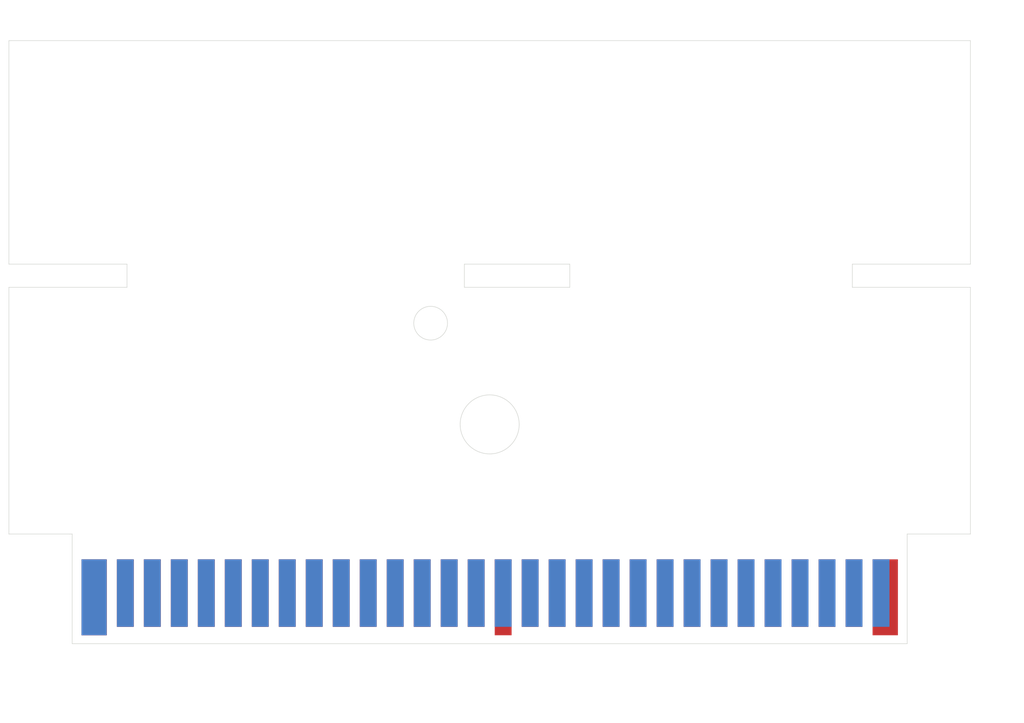
<source format=kicad_pcb>
(kicad_pcb (version 20171130) (host pcbnew "(5.1.10)-1")

  (general
    (thickness 1.2)
    (drawings 50)
    (tracks 0)
    (zones 0)
    (modules 1)
    (nets 1)
  )

  (page A4)
  (title_block
    (title HVC-TGROM-01)
    (date 2021-11-09)
    (rev 0.0.2)
  )

  (layers
    (0 F.Cu signal)
    (31 B.Cu signal)
    (32 B.Adhes user)
    (33 F.Adhes user)
    (34 B.Paste user)
    (35 F.Paste user)
    (36 B.SilkS user)
    (37 F.SilkS user)
    (38 B.Mask user hide)
    (39 F.Mask user hide)
    (40 Dwgs.User user)
    (41 Cmts.User user)
    (42 Eco1.User user)
    (43 Eco2.User user)
    (44 Edge.Cuts user)
    (45 Margin user)
    (46 B.CrtYd user hide)
    (47 F.CrtYd user hide)
    (48 B.Fab user)
    (49 F.Fab user)
  )

  (setup
    (last_trace_width 0.25)
    (trace_clearance 0.2)
    (zone_clearance 0.508)
    (zone_45_only no)
    (trace_min 0.2)
    (via_size 0.8)
    (via_drill 0.4)
    (via_min_size 0.4)
    (via_min_drill 0.3)
    (uvia_size 0.3)
    (uvia_drill 0.1)
    (uvias_allowed no)
    (uvia_min_size 0.2)
    (uvia_min_drill 0.1)
    (edge_width 0.05)
    (segment_width 0.2)
    (pcb_text_width 0.3)
    (pcb_text_size 1.5 1.5)
    (mod_edge_width 0.12)
    (mod_text_size 1 1)
    (mod_text_width 0.15)
    (pad_size 1.524 1.524)
    (pad_drill 0.762)
    (pad_to_mask_clearance 0)
    (aux_axis_origin 0 0)
    (visible_elements 7FFFFFFF)
    (pcbplotparams
      (layerselection 0x010fc_ffffffff)
      (usegerberextensions false)
      (usegerberattributes true)
      (usegerberadvancedattributes true)
      (creategerberjobfile true)
      (excludeedgelayer true)
      (linewidth 0.100000)
      (plotframeref false)
      (viasonmask false)
      (mode 1)
      (useauxorigin false)
      (hpglpennumber 1)
      (hpglpenspeed 20)
      (hpglpendiameter 15.000000)
      (psnegative false)
      (psa4output false)
      (plotreference true)
      (plotvalue true)
      (plotinvisibletext false)
      (padsonsilk false)
      (subtractmaskfromsilk false)
      (outputformat 5)
      (mirror false)
      (drillshape 0)
      (scaleselection 1)
      (outputdirectory "./"))
  )

  (net 0 "")

  (net_class Default "This is the default net class."
    (clearance 0.2)
    (trace_width 0.25)
    (via_dia 0.8)
    (via_drill 0.4)
    (uvia_dia 0.3)
    (uvia_drill 0.1)
  )

  (module card-edge-connectors:HVC-CNROM-256K-01 locked (layer F.Cu) (tedit 61BDD8F6) (tstamp 61BE2598)
    (at 153.67 121.92)
    (fp_text reference REF** (at 0 0) (layer F.Fab)
      (effects (font (size 1 1) (thickness 0.15)))
    )
    (fp_text value HVC-CNROM-256K-01 (at 0 11.43) (layer F.Fab)
      (effects (font (size 1 1) (thickness 0.15)))
    )
    (fp_line (start -39.290625 0) (end -39.290625 3.571875) (layer Cmts.User) (width 0.12))
    (fp_circle (center -31.849219 -22.423438) (end -30.849219 -22.423438) (layer B.CrtYd) (width 0.05))
    (fp_circle (center 31.849219 -22.423438) (end 32.849219 -22.423438) (layer B.CrtYd) (width 0.05))
    (fp_circle (center 0 -41.374218) (end 1 -41.374218) (layer F.CrtYd) (width 0.05))
    (fp_line (start -39.290625 10.31875) (end 39.290625 10.31875) (layer Cmts.User) (width 0.05))
    (fp_poly (pts (xy 39.290625 10.31875) (xy -39.290625 10.31875) (xy -39.290625 3.571875) (xy 39.290625 3.571875)) (layer B.Mask) (width 0.1))
    (fp_line (start 39.290625 0) (end 39.290625 10.31875) (layer Cmts.User) (width 0.05))
    (fp_line (start -39.290625 0) (end -39.290625 10.31875) (layer Cmts.User) (width 0.05))
    (fp_poly (pts (xy 39.290625 10.31875) (xy -39.290625 10.31875) (xy -39.290625 3.571875) (xy 39.290625 3.571875)) (layer F.Mask) (width 0.1))
    (fp_line (start -39.290625 0) (end -45.24375 0) (layer Cmts.User) (width 0.05))
    (fp_line (start 45.24375 0) (end 39.290625 0) (layer Cmts.User) (width 0.05))
    (fp_line (start -45.24375 0) (end -45.24375 -23.217188) (layer Cmts.User) (width 0.05))
    (fp_line (start 45.24375 0) (end 45.24375 -23.217188) (layer Cmts.User) (width 0.05))
    (fp_line (start -45.24375 -25.4) (end -45.24375 -46.434375) (layer Cmts.User) (width 0.05))
    (fp_line (start 34.13125 -23.217188) (end 34.13125 -25.4) (layer Cmts.User) (width 0.05))
    (fp_line (start 45.24375 -25.4) (end 45.24375 -46.434375) (layer Cmts.User) (width 0.05))
    (fp_line (start 45.24375 -46.434375) (end -45.24375 -46.434375) (layer Cmts.User) (width 0.05))
    (fp_line (start 34.13125 -23.217188) (end 45.24375 -23.217188) (layer Cmts.User) (width 0.05))
    (fp_line (start -34.13125 -23.217188) (end -34.13125 -25.400001) (layer Cmts.User) (width 0.05))
    (fp_line (start 34.13125 -23.217188) (end -34.13125 -23.217188) (layer F.CrtYd) (width 0.05))
    (fp_circle (center 0 -10.31875) (end 2.778125 -10.31875) (layer Cmts.User) (width 0.12))
    (fp_circle (center -5.55625 -19.84375) (end -3.96875 -19.84375) (layer Cmts.User) (width 0.12))
    (fp_line (start 34.13125 -25.4) (end 45.24375 -25.4) (layer Cmts.User) (width 0.05))
    (fp_line (start -34.13125 -25.4) (end -45.24375 -25.4) (layer Cmts.User) (width 0.05))
    (fp_line (start -34.13125 -23.217188) (end -45.24375 -23.217188) (layer Cmts.User) (width 0.05))
    (fp_line (start 34.13125 -25.4) (end -34.13125 -25.4) (layer F.CrtYd) (width 0.05))
    (fp_line (start -34.13125 -23.217188) (end -34.13125 -25.400001) (layer F.CrtYd) (width 0.05))
    (fp_line (start 34.13125 -23.217188) (end 34.13125 -25.4) (layer F.CrtYd) (width 0.05))
    (fp_line (start -2.38125 -25.4) (end -2.38125 -23.217187) (layer Cmts.User) (width 0.05))
    (fp_line (start 7.540625 -25.4) (end 7.540625 -23.217187) (layer Cmts.User) (width 0.05))
    (fp_line (start -2.38125 -25.4) (end 7.540625 -25.4) (layer Cmts.User) (width 0.05))
    (fp_line (start 7.540625 -23.217187) (end -2.38125 -23.217187) (layer Cmts.User) (width 0.05))
    (fp_circle (center 0 -46.434375) (end 1 -46.434375) (layer F.CrtYd) (width 0.05))
    (pad 60 connect rect (at 36.83 5.55625 180) (size 1.5875 6.35) (layers B.Cu))
    (pad 59 connect rect (at 34.29 5.55625 180) (size 1.5875 6.35) (layers B.Cu))
    (pad 58 connect rect (at 31.75 5.55625 180) (size 1.5875 6.35) (layers B.Cu))
    (pad 57 connect rect (at 29.21 5.55625 180) (size 1.5875 6.35) (layers B.Cu))
    (pad 56 connect rect (at 26.67 5.55625 180) (size 1.5875 6.35) (layers B.Cu))
    (pad 55 connect rect (at 24.13 5.55625 180) (size 1.5875 6.35) (layers B.Cu))
    (pad 54 connect rect (at 21.59 5.55625 180) (size 1.5875 6.35) (layers B.Cu))
    (pad 53 connect rect (at 19.05 5.55625 180) (size 1.5875 6.35) (layers B.Cu))
    (pad 52 connect rect (at 16.51 5.55625 180) (size 1.5875 6.35) (layers B.Cu))
    (pad 51 connect rect (at 13.97 5.55625 180) (size 1.5875 6.35) (layers B.Cu))
    (pad 50 connect rect (at 11.43 5.55625 180) (size 1.5875 6.35) (layers B.Cu))
    (pad 49 connect rect (at 8.89 5.55625 180) (size 1.5875 6.35) (layers B.Cu))
    (pad 48 connect rect (at 6.35 5.55625 180) (size 1.5875 6.35) (layers B.Cu))
    (pad 47 connect rect (at 3.81 5.55625 180) (size 1.5875 6.35) (layers B.Cu))
    (pad 46 connect rect (at 1.27 5.55625 180) (size 1.5875 6.35) (layers B.Cu))
    (pad 45 connect rect (at -1.27 5.55625 180) (size 1.5875 6.35) (layers B.Cu))
    (pad 44 connect rect (at -3.81 5.55625 180) (size 1.5875 6.35) (layers B.Cu))
    (pad 43 connect rect (at -6.35 5.55625 180) (size 1.5875 6.35) (layers B.Cu))
    (pad 42 connect rect (at -8.89 5.55625 180) (size 1.5875 6.35) (layers B.Cu))
    (pad 41 connect rect (at -11.43 5.55625 180) (size 1.5875 6.35) (layers B.Cu))
    (pad 40 connect rect (at -13.97 5.55625 180) (size 1.5875 6.35) (layers B.Cu))
    (pad 39 connect rect (at -16.51 5.55625 180) (size 1.5875 6.35) (layers B.Cu))
    (pad 38 connect rect (at -19.05 5.55625 180) (size 1.5875 6.35) (layers B.Cu))
    (pad 37 connect rect (at -21.59 5.55625 180) (size 1.5875 6.35) (layers B.Cu))
    (pad 36 connect rect (at -24.13 5.55625 180) (size 1.5875 6.35) (layers B.Cu))
    (pad 35 connect rect (at -26.67 5.55625 180) (size 1.5875 6.35) (layers B.Cu))
    (pad 34 connect rect (at -29.21 5.55625 180) (size 1.5875 6.35) (layers B.Cu))
    (pad 33 connect rect (at -31.75 5.55625 180) (size 1.5875 6.35) (layers B.Cu))
    (pad 29 connect rect (at 34.29 5.55625) (size 1.5875 6.35) (layers F.Cu))
    (pad 28 connect rect (at 31.75 5.55625) (size 1.5875 6.35) (layers F.Cu))
    (pad 27 connect rect (at 29.21 5.55625) (size 1.5875 6.35) (layers F.Cu))
    (pad 26 connect rect (at 26.67 5.55625) (size 1.5875 6.35) (layers F.Cu))
    (pad 25 connect rect (at 24.13 5.55625) (size 1.5875 6.35) (layers F.Cu))
    (pad 24 connect rect (at 21.59 5.55625) (size 1.5875 6.35) (layers F.Cu))
    (pad 23 connect rect (at 19.05 5.55625) (size 1.5875 6.35) (layers F.Cu))
    (pad 22 connect rect (at 16.51 5.55625) (size 1.5875 6.35) (layers F.Cu))
    (pad 21 connect rect (at 13.97 5.55625) (size 1.5875 6.35) (layers F.Cu))
    (pad 20 connect rect (at 11.43 5.55625) (size 1.5875 6.35) (layers F.Cu))
    (pad 19 connect rect (at 8.89 5.55625) (size 1.5875 6.35) (layers F.Cu))
    (pad 18 connect rect (at 6.35 5.55625) (size 1.5875 6.35) (layers F.Cu))
    (pad 17 connect rect (at 3.81 5.55625) (size 1.5875 6.35) (layers F.Cu))
    (pad 16 connect rect (at 1.27 5.953125) (size 1.5875 7.14375) (layers F.Cu))
    (pad 15 connect rect (at -1.27 5.55625) (size 1.5875 6.35) (layers F.Cu))
    (pad 14 connect rect (at -3.81 5.55625) (size 1.5875 6.35) (layers F.Cu))
    (pad 13 connect rect (at -6.35 5.55625) (size 1.5875 6.35) (layers F.Cu))
    (pad 12 connect rect (at -8.89 5.55625) (size 1.5875 6.35) (layers F.Cu))
    (pad 11 connect rect (at -11.43 5.55625) (size 1.5875 6.35) (layers F.Cu))
    (pad 10 connect rect (at -13.97 5.55625) (size 1.5875 6.35) (layers F.Cu))
    (pad 9 connect rect (at -16.51 5.55625) (size 1.5875 6.35) (layers F.Cu))
    (pad 8 connect rect (at -19.05 5.55625) (size 1.5875 6.35) (layers F.Cu))
    (pad 7 connect rect (at -21.59 5.55625) (size 1.5875 6.35) (layers F.Cu))
    (pad 6 connect rect (at -24.13 5.55625) (size 1.5875 6.35) (layers F.Cu))
    (pad 5 connect rect (at -26.67 5.55625) (size 1.5875 6.35) (layers F.Cu))
    (pad 4 connect rect (at -29.21 5.55625) (size 1.5875 6.35) (layers F.Cu))
    (pad 3 connect rect (at -31.75 5.55625) (size 1.5875 6.35) (layers F.Cu))
    (pad 2 connect rect (at -34.29 5.55625) (size 1.5875 6.35) (layers F.Cu))
    (pad 31 connect rect (at -37.226875 5.953125) (size 2.3749 7.14375) (layers B.Cu))
    (pad 32 connect rect (at -34.29 5.55625 180) (size 1.5875 6.35) (layers B.Cu))
    (pad 1 connect rect (at -37.226875 5.953125) (size 2.38125 7.14375) (layers F.Cu))
    (pad 30 connect rect (at 37.226875 5.953125) (size 2.38125 7.14375) (layers F.Cu))
  )

  (dimension 30.1625 (width 0.15) (layer Dwgs.User) (tstamp 61BE29A3)
    (gr_text "1.1875 in" (at 142.845 117.1575 90) (layer Dwgs.User) (tstamp 61BE29DC)
      (effects (font (size 1 1) (thickness 0.15)))
    )
    (feature1 (pts (xy 146.52625 102.07625) (xy 143.558579 102.07625)))
    (feature2 (pts (xy 146.52625 132.23875) (xy 143.558579 132.23875)))
    (crossbar (pts (xy 144.145 132.23875) (xy 144.145 102.07625)))
    (arrow1a (pts (xy 144.145 102.07625) (xy 144.731421 103.202754)))
    (arrow1b (pts (xy 144.145 102.07625) (xy 143.558579 103.202754)))
    (arrow2a (pts (xy 144.145 132.23875) (xy 144.731421 131.112246)))
    (arrow2b (pts (xy 144.145 132.23875) (xy 143.558579 131.112246)))
  )
  (dimension 39.6875 (width 0.15) (layer Dwgs.User)
    (gr_text "1.5625 in" (at 128.27 99.03) (layer Dwgs.User)
      (effects (font (size 1 1) (thickness 0.15)))
    )
    (feature1 (pts (xy 148.11375 102.07625) (xy 148.11375 99.743579)))
    (feature2 (pts (xy 108.42625 102.07625) (xy 108.42625 99.743579)))
    (crossbar (pts (xy 108.42625 100.33) (xy 148.11375 100.33)))
    (arrow1a (pts (xy 148.11375 100.33) (xy 146.987246 100.916421)))
    (arrow1b (pts (xy 148.11375 100.33) (xy 146.987246 99.743579)))
    (arrow2a (pts (xy 108.42625 100.33) (xy 109.552754 100.916421)))
    (arrow2b (pts (xy 108.42625 100.33) (xy 109.552754 99.743579)))
  )
  (dimension 45.24375 (width 0.15) (layer Dwgs.User)
    (gr_text "1.78125 in" (at 131.048125 106.650001) (layer Dwgs.User)
      (effects (font (size 1 1) (thickness 0.15)))
    )
    (feature1 (pts (xy 108.42625 111.60125) (xy 108.42625 107.36358)))
    (feature2 (pts (xy 153.67 111.60125) (xy 153.67 107.36358)))
    (crossbar (pts (xy 153.67 107.950001) (xy 108.42625 107.950001)))
    (arrow1a (pts (xy 108.42625 107.950001) (xy 109.552754 107.36358)))
    (arrow1b (pts (xy 108.42625 107.950001) (xy 109.552754 108.536422)))
    (arrow2a (pts (xy 153.67 107.950001) (xy 152.543496 107.36358)))
    (arrow2b (pts (xy 153.67 107.950001) (xy 152.543496 108.536422)))
  )
  (dimension 3.175 (width 0.15) (layer Dwgs.User)
    (gr_text "0.1250 in" (at 148.11375 104.805) (layer Dwgs.User)
      (effects (font (size 1 1) (thickness 0.15)))
    )
    (feature1 (pts (xy 149.70125 102.07625) (xy 149.70125 104.091421)))
    (feature2 (pts (xy 146.52625 102.07625) (xy 146.52625 104.091421)))
    (crossbar (pts (xy 146.52625 103.505) (xy 149.70125 103.505)))
    (arrow1a (pts (xy 149.70125 103.505) (xy 148.574746 104.091421)))
    (arrow1b (pts (xy 149.70125 103.505) (xy 148.574746 102.918579)))
    (arrow2a (pts (xy 146.52625 103.505) (xy 147.652754 104.091421)))
    (arrow2b (pts (xy 146.52625 103.505) (xy 147.652754 102.918579)))
  )
  (dimension 11.1125 (width 0.15) (layer Dwgs.User) (tstamp 61BE296F)
    (gr_text "0.4375 in" (at 193.3575 88.234999) (layer Dwgs.User) (tstamp 61BE296F)
      (effects (font (size 1 1) (thickness 0.15)))
    )
    (feature1 (pts (xy 187.80125 96.52) (xy 187.80125 88.948578)))
    (feature2 (pts (xy 198.91375 96.52) (xy 198.91375 88.948578)))
    (crossbar (pts (xy 198.91375 89.534999) (xy 187.80125 89.534999)))
    (arrow1a (pts (xy 187.80125 89.534999) (xy 188.927754 88.948578)))
    (arrow1b (pts (xy 187.80125 89.534999) (xy 188.927754 90.12142)))
    (arrow2a (pts (xy 198.91375 89.534999) (xy 197.787246 88.948578)))
    (arrow2b (pts (xy 198.91375 89.534999) (xy 197.787246 90.12142)))
  )
  (dimension 5.55625 (width 0.15) (layer Dwgs.User)
    (gr_text "0.21875 in" (at 153.67 114.965) (layer Dwgs.User)
      (effects (font (size 1 1) (thickness 0.15)))
    )
    (feature1 (pts (xy 150.891875 111.60125) (xy 150.891875 114.251421)))
    (feature2 (pts (xy 156.448125 111.60125) (xy 156.448125 114.251421)))
    (crossbar (pts (xy 156.448125 113.665) (xy 150.891875 113.665)))
    (arrow1a (pts (xy 150.891875 113.665) (xy 152.018379 113.078579)))
    (arrow1b (pts (xy 150.891875 113.665) (xy 152.018379 114.251421)))
    (arrow2a (pts (xy 156.448125 113.665) (xy 155.321621 113.078579)))
    (arrow2b (pts (xy 156.448125 113.665) (xy 155.321621 114.251421)))
  )
  (dimension 20.6375 (width 0.15) (layer Dwgs.User)
    (gr_text "0.8125 in" (at 147.925 121.92 90) (layer Dwgs.User) (tstamp 61BE28B6)
      (effects (font (size 1 1) (thickness 0.15)))
    )
    (feature1 (pts (xy 150.891875 111.60125) (xy 148.638579 111.60125)))
    (feature2 (pts (xy 150.891875 132.23875) (xy 148.638579 132.23875)))
    (crossbar (pts (xy 149.225 132.23875) (xy 149.225 111.60125)))
    (arrow1a (pts (xy 149.225 111.60125) (xy 149.811421 112.727754)))
    (arrow1b (pts (xy 149.225 111.60125) (xy 148.638579 112.727754)))
    (arrow2a (pts (xy 149.225 132.23875) (xy 149.811421 131.112246)))
    (arrow2b (pts (xy 149.225 132.23875) (xy 148.638579 131.112246)))
  )
  (dimension 10.31875 (width 0.15) (layer Dwgs.User)
    (gr_text "0.40625 in" (at 202.595 127.079375 90) (layer Dwgs.User)
      (effects (font (size 1 1) (thickness 0.15)))
    )
    (feature1 (pts (xy 192.960625 121.92) (xy 201.881421 121.92)))
    (feature2 (pts (xy 192.960625 132.23875) (xy 201.881421 132.23875)))
    (crossbar (pts (xy 201.295 132.23875) (xy 201.295 121.92)))
    (arrow1a (pts (xy 201.295 121.92) (xy 201.881421 123.046504)))
    (arrow1b (pts (xy 201.295 121.92) (xy 200.708579 123.046504)))
    (arrow2a (pts (xy 201.295 132.23875) (xy 201.881421 131.112246)))
    (arrow2b (pts (xy 201.295 132.23875) (xy 200.708579 131.112246)))
  )
  (gr_circle (center 148.11375 102.07625) (end 149.70125 102.07625) (layer Edge.Cuts) (width 0.05))
  (gr_circle (center 153.67 111.60125) (end 156.448125 111.60125) (layer Edge.Cuts) (width 0.05))
  (gr_line (start 161.210625 96.52) (end 161.210625 98.702813) (layer Edge.Cuts) (width 0.05) (tstamp 61BE1D72))
  (gr_line (start 151.28875 98.702813) (end 161.210625 98.702813) (layer Edge.Cuts) (width 0.05) (tstamp 61BE1D6E))
  (gr_line (start 161.210625 96.52) (end 151.28875 96.52) (layer Edge.Cuts) (width 0.05) (tstamp 61BE1D6D))
  (gr_line (start 198.91375 96.52) (end 187.80125 96.52) (layer Edge.Cuts) (width 0.05) (tstamp 61BE1D47))
  (dimension 5.953125 (width 0.15) (layer Dwgs.User)
    (gr_text "0.234375 in" (at 111.402812 140.364999) (layer Dwgs.User)
      (effects (font (size 1 1) (thickness 0.15)))
    )
    (feature1 (pts (xy 108.42625 121.92) (xy 108.42625 139.65142)))
    (feature2 (pts (xy 114.379375 121.92) (xy 114.379375 139.65142)))
    (crossbar (pts (xy 114.379375 139.064999) (xy 108.42625 139.064999)))
    (arrow1a (pts (xy 108.42625 139.064999) (xy 109.552754 138.478578)))
    (arrow1b (pts (xy 108.42625 139.064999) (xy 109.552754 139.65142)))
    (arrow2a (pts (xy 114.379375 139.064999) (xy 113.252871 138.478578)))
    (arrow2b (pts (xy 114.379375 139.064999) (xy 113.252871 139.65142)))
  )
  (dimension 90.4875 (width 0.15) (layer Dwgs.User)
    (gr_text "3.5625 in" (at 153.67 72.36) (layer Dwgs.User)
      (effects (font (size 1 1) (thickness 0.15)))
    )
    (feature1 (pts (xy 198.91375 75.485625) (xy 198.91375 73.073579)))
    (feature2 (pts (xy 108.42625 75.485625) (xy 108.42625 73.073579)))
    (crossbar (pts (xy 108.42625 73.66) (xy 198.91375 73.66)))
    (arrow1a (pts (xy 198.91375 73.66) (xy 197.787246 74.246421)))
    (arrow1b (pts (xy 198.91375 73.66) (xy 197.787246 73.073579)))
    (arrow2a (pts (xy 108.42625 73.66) (xy 109.552754 74.246421)))
    (arrow2b (pts (xy 108.42625 73.66) (xy 109.552754 73.073579)))
  )
  (dimension 11.1125 (width 0.15) (layer Dwgs.User)
    (gr_text "0.4375 in" (at 113.9825 88.234999) (layer Dwgs.User)
      (effects (font (size 1 1) (thickness 0.15)))
    )
    (feature1 (pts (xy 108.42625 96.52) (xy 108.42625 88.948578)))
    (feature2 (pts (xy 119.53875 96.52) (xy 119.53875 88.948578)))
    (crossbar (pts (xy 119.53875 89.534999) (xy 108.42625 89.534999)))
    (arrow1a (pts (xy 108.42625 89.534999) (xy 109.552754 88.948578)))
    (arrow1b (pts (xy 108.42625 89.534999) (xy 109.552754 90.12142)))
    (arrow2a (pts (xy 119.53875 89.534999) (xy 118.412246 88.948578)))
    (arrow2b (pts (xy 119.53875 89.534999) (xy 118.412246 90.12142)))
  )
  (dimension 31.75 (width 0.15) (layer Dwgs.User)
    (gr_text "1.2500 in" (at 135.41375 88.234999 -1.804591489e-06) (layer Dwgs.User)
      (effects (font (size 1 1) (thickness 0.15)))
    )
    (feature1 (pts (xy 119.53875 96.52) (xy 119.53875 88.948578)))
    (feature2 (pts (xy 151.28875 96.520001) (xy 151.28875 88.948579)))
    (crossbar (pts (xy 151.28875 89.535) (xy 119.53875 89.534999)))
    (arrow1a (pts (xy 119.53875 89.534999) (xy 120.665254 88.948578)))
    (arrow1b (pts (xy 119.53875 89.534999) (xy 120.665254 90.12142)))
    (arrow2a (pts (xy 151.28875 89.535) (xy 150.162246 88.948579)))
    (arrow2b (pts (xy 151.28875 89.535) (xy 150.162246 90.121421)))
  )
  (dimension 9.921875 (width 0.15) (layer Dwgs.User)
    (gr_text "0.390625 in" (at 156.249687 88.235) (layer Dwgs.User)
      (effects (font (size 1 1) (thickness 0.15)))
    )
    (feature1 (pts (xy 151.28875 96.520001) (xy 151.28875 88.948579)))
    (feature2 (pts (xy 161.210625 96.520001) (xy 161.210625 88.948579)))
    (crossbar (pts (xy 161.210625 89.535) (xy 151.28875 89.535)))
    (arrow1a (pts (xy 151.28875 89.535) (xy 152.415254 88.948579)))
    (arrow1b (pts (xy 151.28875 89.535) (xy 152.415254 90.121421)))
    (arrow2a (pts (xy 161.210625 89.535) (xy 160.084121 88.948579)))
    (arrow2b (pts (xy 161.210625 89.535) (xy 160.084121 90.121421)))
  )
  (dimension 26.590625 (width 0.15) (layer Dwgs.User)
    (gr_text "1.046875 in" (at 174.505937 88.235) (layer Dwgs.User)
      (effects (font (size 1 1) (thickness 0.15)))
    )
    (feature1 (pts (xy 161.210625 96.520001) (xy 161.210625 88.94858)))
    (feature2 (pts (xy 187.80125 96.52) (xy 187.80125 88.948579)))
    (crossbar (pts (xy 187.80125 89.535) (xy 161.210625 89.535001)))
    (arrow1a (pts (xy 161.210625 89.535001) (xy 162.337129 88.94858)))
    (arrow1b (pts (xy 161.210625 89.535001) (xy 162.337129 90.121422)))
    (arrow2a (pts (xy 187.80125 89.535) (xy 186.674746 88.948579)))
    (arrow2b (pts (xy 187.80125 89.535) (xy 186.674746 90.121421)))
  )
  (dimension 21.034375 (width 0.15) (layer Dwgs.User)
    (gr_text "0.828125 in" (at 202.595 86.002812 90) (layer Dwgs.User)
      (effects (font (size 1 1) (thickness 0.15)))
    )
    (feature1 (pts (xy 198.91375 75.485625) (xy 201.881421 75.485625)))
    (feature2 (pts (xy 198.91375 96.52) (xy 201.881421 96.52)))
    (crossbar (pts (xy 201.295 96.52) (xy 201.295 75.485625)))
    (arrow1a (pts (xy 201.295 75.485625) (xy 201.881421 76.612129)))
    (arrow1b (pts (xy 201.295 75.485625) (xy 200.708579 76.612129)))
    (arrow2a (pts (xy 201.295 96.52) (xy 201.881421 95.393496)))
    (arrow2b (pts (xy 201.295 96.52) (xy 200.708579 95.393496)))
  )
  (dimension 2.182812 (width 0.15) (layer Dwgs.User)
    (gr_text "0.0859374803 in" (at 184.755 97.611406 90) (layer Dwgs.User)
      (effects (font (size 1 1) (thickness 0.15)))
    )
    (feature1 (pts (xy 187.80125 96.52) (xy 185.468579 96.52)))
    (feature2 (pts (xy 187.80125 98.702812) (xy 185.468579 98.702812)))
    (crossbar (pts (xy 186.055 98.702812) (xy 186.055 96.52)))
    (arrow1a (pts (xy 186.055 96.52) (xy 186.641421 97.646504)))
    (arrow1b (pts (xy 186.055 96.52) (xy 185.468579 97.646504)))
    (arrow2a (pts (xy 186.055 98.702812) (xy 186.641421 97.576308)))
    (arrow2b (pts (xy 186.055 98.702812) (xy 185.468579 97.576308)))
  )
  (dimension 23.217188 (width 0.15) (layer Dwgs.User)
    (gr_text "0.9140625 in" (at 202.595 110.311406 90) (layer Dwgs.User)
      (effects (font (size 1 1) (thickness 0.15)))
    )
    (feature1 (pts (xy 198.91375 98.702812) (xy 201.881421 98.702812)))
    (feature2 (pts (xy 198.91375 121.92) (xy 201.881421 121.92)))
    (crossbar (pts (xy 201.295 121.92) (xy 201.295 98.702812)))
    (arrow1a (pts (xy 201.295 98.702812) (xy 201.881421 99.829316)))
    (arrow1b (pts (xy 201.295 98.702812) (xy 200.708579 99.829316)))
    (arrow2a (pts (xy 201.295 121.92) (xy 201.881421 120.793496)))
    (arrow2b (pts (xy 201.295 121.92) (xy 200.708579 120.793496)))
  )
  (dimension 78.58125 (width 0.15) (layer Dwgs.User)
    (gr_text "3.09375 in" (at 153.67 140.364999) (layer Dwgs.User)
      (effects (font (size 1 1) (thickness 0.15)))
    )
    (feature1 (pts (xy 192.960625 132.23875) (xy 192.960625 139.65142)))
    (feature2 (pts (xy 114.379375 132.23875) (xy 114.379375 139.65142)))
    (crossbar (pts (xy 114.379375 139.064999) (xy 192.960625 139.064999)))
    (arrow1a (pts (xy 192.960625 139.064999) (xy 191.834121 139.65142)))
    (arrow1b (pts (xy 192.960625 139.064999) (xy 191.834121 138.478578)))
    (arrow2a (pts (xy 114.379375 139.064999) (xy 115.505879 139.65142)))
    (arrow2b (pts (xy 114.379375 139.064999) (xy 115.505879 138.478578)))
  )
  (gr_line (start 108.42625 98.702812) (end 108.42625 121.92) (layer Edge.Cuts) (width 0.05) (tstamp 61BE11EE))
  (gr_line (start 119.53875 98.702812) (end 108.42625 98.702812) (layer Edge.Cuts) (width 0.05))
  (gr_line (start 108.42625 96.52) (end 119.53875 96.52) (layer Edge.Cuts) (width 0.05) (tstamp 61BE11ED))
  (gr_line (start 108.42625 75.485625) (end 108.42625 96.52) (layer Edge.Cuts) (width 0.05))
  (gr_line (start 198.91375 75.485625) (end 108.42625 75.485625) (layer Edge.Cuts) (width 0.05))
  (gr_line (start 198.91375 96.52) (end 198.91375 75.485625) (layer Edge.Cuts) (width 0.05))
  (gr_line (start 187.80125 98.702812) (end 187.80125 96.52) (layer Edge.Cuts) (width 0.05) (tstamp 61BE11EC))
  (gr_line (start 198.91375 98.702812) (end 187.80125 98.702812) (layer Edge.Cuts) (width 0.05))
  (gr_line (start 198.91375 121.92) (end 198.91375 98.702812) (layer Edge.Cuts) (width 0.05))
  (gr_line (start 192.960625 121.92) (end 198.91375 121.92) (layer Edge.Cuts) (width 0.05))
  (gr_line (start 192.960625 132.23875) (end 192.960625 121.92) (layer Edge.Cuts) (width 0.05))
  (gr_line (start 114.379375 132.23875) (end 192.960625 132.23875) (layer Edge.Cuts) (width 0.05))
  (gr_line (start 114.379375 121.92) (end 114.379375 132.23875) (layer Edge.Cuts) (width 0.05))
  (gr_line (start 108.42625 121.92) (end 114.379375 121.92) (layer Edge.Cuts) (width 0.05))
  (dimension 1.666875 (width 0.05) (layer Dwgs.User) (tstamp 618ADBD3)
    (gr_text "0.065625 in" (at 115.212812 137.76) (layer Dwgs.User) (tstamp 618ADBD3)
      (effects (font (size 0.5 0.5) (thickness 0.05)))
    )
    (feature1 (pts (xy 114.379375 125.73) (xy 114.379375 137.746421)))
    (feature2 (pts (xy 116.04625 125.73) (xy 116.04625 137.746421)))
    (crossbar (pts (xy 116.04625 137.16) (xy 114.379375 137.16)))
    (arrow1a (pts (xy 114.379375 137.16) (xy 115.505879 136.573579)))
    (arrow1b (pts (xy 114.379375 137.16) (xy 115.505879 137.746421)))
    (arrow2a (pts (xy 116.04625 137.16) (xy 114.919746 136.573579)))
    (arrow2b (pts (xy 116.04625 137.16) (xy 114.919746 137.746421)))
  )
  (gr_line (start 119.53875 98.702812) (end 119.53875 96.519999) (layer Edge.Cuts) (width 0.05) (tstamp 618ADB4B))
  (gr_line (start 151.28875 98.702813) (end 151.28875 96.52) (layer Edge.Cuts) (width 0.05) (tstamp 618ADB45))
  (dimension 3.571875 (width 0.05) (layer Dwgs.User) (tstamp 618ADB40)
    (gr_text "0.140625 in" (at 113.779375 123.705937 -90) (layer Dwgs.User) (tstamp 618ADB40)
      (effects (font (size 0.5 0.5) (thickness 0.05)))
    )
    (feature1 (pts (xy 114.379375 125.491875) (xy 113.792954 125.491875)))
    (feature2 (pts (xy 114.379375 121.92) (xy 113.792954 121.92)))
    (crossbar (pts (xy 114.379375 121.92) (xy 114.379375 125.491875)))
    (arrow1a (pts (xy 114.379375 125.491875) (xy 113.792954 124.365371)))
    (arrow1b (pts (xy 114.379375 125.491875) (xy 114.965796 124.365371)))
    (arrow2a (pts (xy 114.379375 121.92) (xy 113.792954 123.046504)))
    (arrow2b (pts (xy 114.379375 121.92) (xy 114.965796 123.046504)))
  )
  (dimension 7.14375 (width 0.05) (layer Dwgs.User) (tstamp 618ADB31)
    (gr_text "0.28125 in" (at 111.16 127.873125 -90) (layer Dwgs.User) (tstamp 618ADB31)
      (effects (font (size 0.5 0.5) (thickness 0.05)))
    )
    (feature1 (pts (xy 116.459 131.445) (xy 111.173579 131.445)))
    (feature2 (pts (xy 116.459 124.30125) (xy 111.173579 124.30125)))
    (crossbar (pts (xy 111.76 124.30125) (xy 111.76 131.445)))
    (arrow1a (pts (xy 111.76 131.445) (xy 111.173579 130.318496)))
    (arrow1b (pts (xy 111.76 131.445) (xy 112.346421 130.318496)))
    (arrow2a (pts (xy 111.76 124.30125) (xy 111.173579 125.427754)))
    (arrow2b (pts (xy 111.76 124.30125) (xy 112.346421 125.427754)))
  )
  (dimension 6.35 (width 0.05) (layer Dwgs.User) (tstamp 618ADB5B)
    (gr_text "0.2500 in" (at 112.43 127.47625 270) (layer Dwgs.User) (tstamp 618ADB5B)
      (effects (font (size 0.5 0.5) (thickness 0.05)))
    )
    (feature1 (pts (xy 119.38 130.65125) (xy 112.443579 130.65125)))
    (feature2 (pts (xy 119.38 124.30125) (xy 112.443579 124.30125)))
    (crossbar (pts (xy 113.03 124.30125) (xy 113.03 130.65125)))
    (arrow1a (pts (xy 113.03 130.65125) (xy 112.443579 129.524746)))
    (arrow1b (pts (xy 113.03 130.65125) (xy 113.616421 129.524746)))
    (arrow2a (pts (xy 113.03 124.30125) (xy 112.443579 125.427754)))
    (arrow2b (pts (xy 113.03 124.30125) (xy 113.616421 125.427754)))
  )
  (dimension 2.38125 (width 0.05) (layer Dwgs.User) (tstamp 618ADB2B)
    (gr_text "0.09375 in" (at 111.16 123.110625 -90) (layer Dwgs.User) (tstamp 618ADB2B)
      (effects (font (size 0.5 0.5) (thickness 0.05)))
    )
    (feature1 (pts (xy 119.38 124.30125) (xy 111.173579 124.30125)))
    (feature2 (pts (xy 119.38 121.92) (xy 111.173579 121.92)))
    (crossbar (pts (xy 111.76 121.92) (xy 111.76 124.30125)))
    (arrow1a (pts (xy 111.76 124.30125) (xy 111.173579 123.174746)))
    (arrow1b (pts (xy 111.76 124.30125) (xy 112.346421 123.174746)))
    (arrow2a (pts (xy 111.76 121.92) (xy 111.173579 123.046504)))
    (arrow2b (pts (xy 111.76 121.92) (xy 112.346421 123.046504)))
  )
  (dimension 0.873125 (width 0.05) (layer Dwgs.User) (tstamp 618ADB4F)
    (gr_text "0.0344 in" (at 114.815937 120.05) (layer Dwgs.User) (tstamp 618ADB4F)
      (effects (font (size 0.5 0.5) (thickness 0.05)))
    )
    (feature1 (pts (xy 115.2525 125.095) (xy 115.2525 120.063579)))
    (feature2 (pts (xy 114.379375 125.095) (xy 114.379375 120.063579)))
    (crossbar (pts (xy 114.379375 120.65) (xy 115.2525 120.65)))
    (arrow1a (pts (xy 115.2525 120.65) (xy 114.125996 121.236421)))
    (arrow1b (pts (xy 115.2525 120.65) (xy 114.125996 120.063579)))
    (arrow2a (pts (xy 114.379375 120.65) (xy 115.505879 121.236421)))
    (arrow2b (pts (xy 114.379375 120.65) (xy 115.505879 120.063579)))
  )
  (dimension 2.38125 (width 0.05) (layer Dwgs.User) (tstamp 618ADBB8)
    (gr_text "0.09375 in" (at 116.443125 135.855) (layer Dwgs.User) (tstamp 618ADBB8)
      (effects (font (size 0.5 0.5) (thickness 0.05)))
    )
    (feature1 (pts (xy 117.63375 125.095) (xy 117.63375 135.841421)))
    (feature2 (pts (xy 115.2525 125.095) (xy 115.2525 135.841421)))
    (crossbar (pts (xy 115.2525 135.255) (xy 117.63375 135.255)))
    (arrow1a (pts (xy 117.63375 135.255) (xy 116.507246 135.841421)))
    (arrow1b (pts (xy 117.63375 135.255) (xy 116.507246 134.668579)))
    (arrow2a (pts (xy 115.2525 135.255) (xy 116.379004 135.841421)))
    (arrow2b (pts (xy 115.2525 135.255) (xy 116.379004 134.668579)))
  )
  (dimension 0.9525 (width 0.05) (layer Dwgs.User) (tstamp 618ADBAC)
    (gr_text "0.0375 in" (at 118.11 122.59) (layer Dwgs.User) (tstamp 618ADBAC)
      (effects (font (size 0.5 0.5) (thickness 0.05)))
    )
    (feature1 (pts (xy 118.58625 125.095) (xy 118.58625 122.603579)))
    (feature2 (pts (xy 117.63375 125.095) (xy 117.63375 122.603579)))
    (crossbar (pts (xy 117.63375 123.19) (xy 118.58625 123.19)))
    (arrow1a (pts (xy 118.58625 123.19) (xy 117.459746 123.776421)))
    (arrow1b (pts (xy 118.58625 123.19) (xy 117.459746 122.603579)))
    (arrow2a (pts (xy 117.63375 123.19) (xy 118.760254 123.776421)))
    (arrow2b (pts (xy 117.63375 123.19) (xy 118.760254 122.603579)))
  )
  (dimension 1.5875 (width 0.05) (layer Dwgs.User) (tstamp 618ADBA6)
    (gr_text "0.0625 in" (at 119.38 133.95) (layer Dwgs.User) (tstamp 618ADBA6)
      (effects (font (size 0.5 0.5) (thickness 0.05)))
    )
    (feature1 (pts (xy 120.17375 125.095) (xy 120.17375 133.936421)))
    (feature2 (pts (xy 118.58625 125.095) (xy 118.58625 133.936421)))
    (crossbar (pts (xy 118.58625 133.35) (xy 120.17375 133.35)))
    (arrow1a (pts (xy 120.17375 133.35) (xy 119.047246 133.936421)))
    (arrow1b (pts (xy 120.17375 133.35) (xy 119.047246 132.763579)))
    (arrow2a (pts (xy 118.58625 133.35) (xy 119.712754 133.936421)))
    (arrow2b (pts (xy 118.58625 133.35) (xy 119.712754 132.763579)))
  )
  (dimension 2.54 (width 0.05) (layer Dwgs.User) (tstamp 618ADB88)
    (gr_text "0.1000 in" (at 120.65 121.89) (layer Dwgs.User) (tstamp 618ADB88)
      (effects (font (size 0.5 0.5) (thickness 0.05)))
    )
    (feature1 (pts (xy 121.92 124.46) (xy 121.92 122.603579)))
    (feature2 (pts (xy 119.38 124.46) (xy 119.38 122.603579)))
    (crossbar (pts (xy 119.38 123.19) (xy 121.92 123.19)))
    (arrow1a (pts (xy 121.92 123.19) (xy 120.793496 123.776421)))
    (arrow1b (pts (xy 121.92 123.19) (xy 120.793496 122.603579)))
    (arrow2a (pts (xy 119.38 123.19) (xy 120.506504 123.776421)))
    (arrow2b (pts (xy 119.38 123.19) (xy 120.506504 122.603579)))
  )

)

</source>
